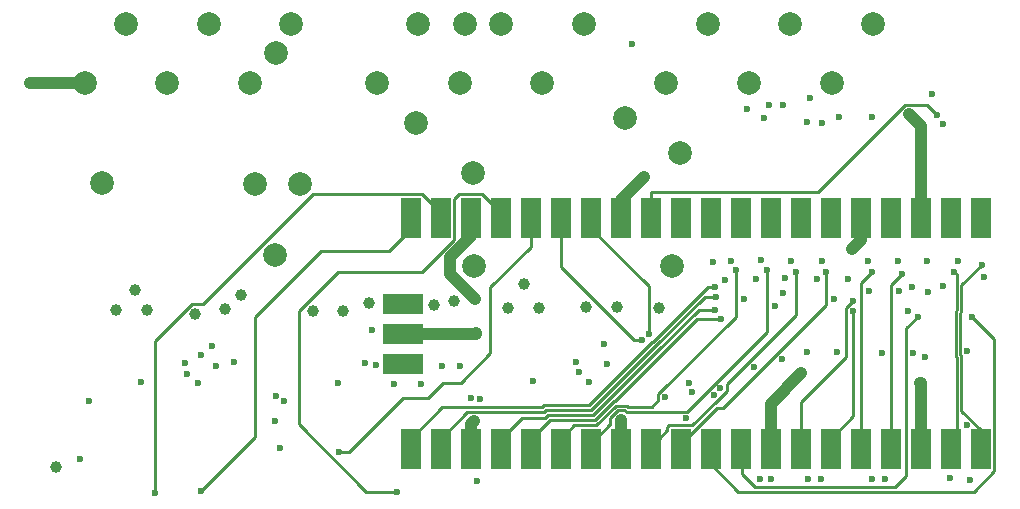
<source format=gbr>
%TF.GenerationSoftware,KiCad,Pcbnew,7.0.8-7.0.8~ubuntu22.04.1*%
%TF.CreationDate,2023-11-05T23:52:12+01:00*%
%TF.ProjectId,door_if4_usb,646f6f72-5f69-4663-945f-7573622e6b69,rev?*%
%TF.SameCoordinates,Original*%
%TF.FileFunction,Copper,L4,Bot*%
%TF.FilePolarity,Positive*%
%FSLAX46Y46*%
G04 Gerber Fmt 4.6, Leading zero omitted, Abs format (unit mm)*
G04 Created by KiCad (PCBNEW 7.0.8-7.0.8~ubuntu22.04.1) date 2023-11-05 23:52:12*
%MOMM*%
%LPD*%
G01*
G04 APERTURE LIST*
%TA.AperFunction,ComponentPad*%
%ADD10C,2.000000*%
%TD*%
%TA.AperFunction,SMDPad,CuDef*%
%ADD11R,3.500000X1.700000*%
%TD*%
%TA.AperFunction,SMDPad,CuDef*%
%ADD12R,1.700000X3.500000*%
%TD*%
%TA.AperFunction,ViaPad*%
%ADD13C,1.000000*%
%TD*%
%TA.AperFunction,ViaPad*%
%ADD14C,0.600000*%
%TD*%
%TA.AperFunction,ViaPad*%
%ADD15C,2.000000*%
%TD*%
%TA.AperFunction,Conductor*%
%ADD16C,1.000000*%
%TD*%
%TA.AperFunction,Conductor*%
%ADD17C,0.250000*%
%TD*%
G04 APERTURE END LIST*
D10*
%TO.P,J1,1,Pin_1*%
%TO.N,+24V*%
X139000000Y-94500000D03*
%TO.P,J1,2,Pin_2*%
%TO.N,IN1*%
X135500000Y-99500000D03*
%TO.P,J1,3,Pin_3*%
%TO.N,IN2*%
X132000000Y-94500000D03*
%TO.P,J1,4,Pin_4*%
%TO.N,IN3*%
X128500000Y-99500000D03*
%TO.P,J1,5,Pin_5*%
%TO.N,IN4*%
X125000000Y-94500000D03*
%TO.P,J1,6,Pin_6*%
%TO.N,IN5*%
X121500000Y-99500000D03*
%TD*%
%TO.P,J3,1,Pin_1*%
%TO.N,OUT2*%
X89750000Y-94500000D03*
%TO.P,J3,2,Pin_2*%
%TO.N,OUT3*%
X86250000Y-99500000D03*
%TO.P,J3,3,Pin_3*%
%TO.N,OUT4*%
X82750000Y-94500000D03*
%TO.P,J3,4,Pin_4*%
%TO.N,OUT5*%
X79250000Y-99500000D03*
%TO.P,J3,5,Pin_5*%
%TO.N,OUT6*%
X75750000Y-94500000D03*
%TO.P,J3,6,Pin_6*%
%TO.N,GNDA*%
X72250000Y-99500000D03*
%TD*%
%TO.P,J2,1,Pin_1*%
%TO.N,+24V*%
X114500000Y-94500000D03*
%TO.P,J2,2,Pin_2*%
%TO.N,IN6*%
X111000000Y-99500000D03*
%TO.P,J2,3,Pin_3*%
%TO.N,IN7*%
X107500000Y-94500000D03*
%TO.P,J2,4,Pin_4*%
%TO.N,IN8*%
X104000000Y-99500000D03*
%TO.P,J2,5,Pin_5*%
%TO.N,OUT1*%
X100500000Y-94500000D03*
%TO.P,J2,6,Pin_6*%
%TO.N,GNDA*%
X97000000Y-99500000D03*
%TD*%
D11*
%TO.P,U1,43,SWDIO*%
%TO.N,unconnected-(U1-SWDIO-Pad43)*%
X99200000Y-118185000D03*
%TO.P,U1,42,GND*%
%TO.N,GND*%
X99200000Y-120725000D03*
%TO.P,U1,41,SWCLK*%
%TO.N,unconnected-(U1-SWCLK-Pad41)*%
X99200000Y-123265000D03*
D12*
%TO.P,U1,40,VBUS*%
%TO.N,unconnected-(U1-VBUS-Pad40)*%
X148130000Y-110935000D03*
%TO.P,U1,39,VSYS*%
%TO.N,unconnected-(U1-VSYS-Pad39)*%
X145590000Y-110935000D03*
%TO.P,U1,38,GND*%
%TO.N,GND*%
X143050000Y-110935000D03*
%TO.P,U1,37,3V3_EN*%
%TO.N,unconnected-(U1-3V3_EN-Pad37)*%
X140510000Y-110935000D03*
%TO.P,U1,36,3V3*%
%TO.N,+3V3*%
X137970000Y-110935000D03*
%TO.P,U1,35,ADC_VREF*%
%TO.N,unconnected-(U1-ADC_VREF-Pad35)*%
X135430000Y-110935000D03*
%TO.P,U1,34,GPIO28_ADC2*%
%TO.N,unconnected-(U1-GPIO28_ADC2-Pad34)*%
X132890000Y-110935000D03*
%TO.P,U1,33,AGND*%
%TO.N,unconnected-(U1-AGND-Pad33)*%
X130350000Y-110935000D03*
%TO.P,U1,32,GPIO27_ADC1*%
%TO.N,unconnected-(U1-GPIO27_ADC1-Pad32)*%
X127810000Y-110935000D03*
%TO.P,U1,31,GPIO26_ADC0*%
%TO.N,unconnected-(U1-GPIO26_ADC0-Pad31)*%
X125270000Y-110935000D03*
%TO.P,U1,30,RUN*%
%TO.N,unconnected-(U1-RUN-Pad30)*%
X122730000Y-110935000D03*
%TO.P,U1,29,GPIO22*%
%TO.N,O_LED*%
X120190000Y-110935000D03*
%TO.P,U1,28,GND*%
%TO.N,GND*%
X117650000Y-110935000D03*
%TO.P,U1,27,GPIO21*%
%TO.N,S_OUT1*%
X115110000Y-110935000D03*
%TO.P,U1,26,GPIO20*%
%TO.N,S_OUT2*%
X112570000Y-110935000D03*
%TO.P,U1,25,GPIO19*%
%TO.N,S_OUT3*%
X110030000Y-110935000D03*
%TO.P,U1,24,GPIO18*%
%TO.N,S_OUT4*%
X107490000Y-110935000D03*
%TO.P,U1,23,GND*%
%TO.N,GND*%
X104950000Y-110935000D03*
%TO.P,U1,22,GPIO17*%
%TO.N,S_OUT5*%
X102410000Y-110935000D03*
%TO.P,U1,21,GPIO16*%
%TO.N,S_OUT6*%
X99870000Y-110935000D03*
%TO.P,U1,20,GPIO15*%
%TO.N,S_IN8B*%
X99870000Y-130515000D03*
%TO.P,U1,19,GPIO14*%
%TO.N,S_IN8A*%
X102410000Y-130515000D03*
%TO.P,U1,18,GND*%
%TO.N,GND*%
X104950000Y-130515000D03*
%TO.P,U1,17,GPIO13*%
%TO.N,S_IN7B*%
X107490000Y-130515000D03*
%TO.P,U1,16,GPIO12*%
%TO.N,S_IN7A*%
X110030000Y-130515000D03*
%TO.P,U1,15,GPIO11*%
%TO.N,S_IN6B*%
X112570000Y-130515000D03*
%TO.P,U1,14,GPIO10*%
%TO.N,S_IN6A*%
X115110000Y-130515000D03*
%TO.P,U1,13,GND*%
%TO.N,GND*%
X117650000Y-130515000D03*
%TO.P,U1,12,GPIO9*%
%TO.N,S_IN5B*%
X120190000Y-130515000D03*
%TO.P,U1,11,GPIO8*%
%TO.N,S_IN5A*%
X122730000Y-130515000D03*
%TO.P,U1,10,GPIO7*%
%TO.N,S_IN4B*%
X125270000Y-130515000D03*
%TO.P,U1,9,GPIO6*%
%TO.N,S_IN4A*%
X127810000Y-130515000D03*
%TO.P,U1,8,GND*%
%TO.N,GND*%
X130350000Y-130515000D03*
%TO.P,U1,7,GPIO5*%
%TO.N,S_IN3B*%
X132890000Y-130515000D03*
%TO.P,U1,6,GPIO4*%
%TO.N,S_IN3A*%
X135430000Y-130515000D03*
%TO.P,U1,5,GPIO3*%
%TO.N,S_IN2B*%
X137970000Y-130515000D03*
%TO.P,U1,4,GPIO2*%
%TO.N,S_IN2A*%
X140510000Y-130515000D03*
%TO.P,U1,3,GND*%
%TO.N,GND*%
X143050000Y-130515000D03*
%TO.P,U1,2,GPIO1*%
%TO.N,S_IN1B*%
X145590000Y-130515000D03*
%TO.P,U1,1,GPIO0*%
%TO.N,S_IN1A*%
X148130000Y-130515000D03*
%TD*%
D13*
%TO.N,GNDA*%
X67650000Y-99550000D03*
D14*
X138950000Y-102350000D03*
D13*
%TO.N,GND*%
X142025000Y-102150000D03*
D14*
X146923478Y-128491242D03*
D15*
%TO.N,+24V*%
X118000000Y-102500000D03*
D13*
X109495556Y-116549500D03*
D14*
X104000000Y-123500000D03*
X136106587Y-102368413D03*
X129400000Y-133000000D03*
X129775000Y-102437379D03*
D13*
X84150000Y-118650000D03*
X117300000Y-118500000D03*
X69800000Y-132000004D03*
D14*
X138900000Y-133000000D03*
D13*
X94175000Y-118775000D03*
X101800000Y-118300000D03*
X76500000Y-117000000D03*
X103500000Y-118000000D03*
D14*
X134700000Y-102900000D03*
D13*
X77550000Y-118750000D03*
D14*
X82100000Y-122500000D03*
X84900000Y-123100000D03*
X133500000Y-133000000D03*
D13*
X110700000Y-118600000D03*
D15*
X88400000Y-114100000D03*
X104500000Y-94500000D03*
X122000000Y-115000000D03*
X88500000Y-97000000D03*
X105200000Y-115000000D03*
D14*
X133650000Y-100750000D03*
D13*
X85500000Y-117500000D03*
X120875000Y-118559063D03*
D14*
X102500000Y-123500000D03*
X145505880Y-132950000D03*
D13*
%TO.N,GNDA*%
X114700000Y-118500000D03*
D14*
X80950000Y-124150000D03*
X110200000Y-124700000D03*
X128350000Y-101750000D03*
X77050000Y-124850000D03*
X98475000Y-124975000D03*
D15*
X122700000Y-105400000D03*
D14*
X81850000Y-124950000D03*
X114100000Y-124000000D03*
X96900000Y-123400000D03*
X134600000Y-133000000D03*
D15*
X105100000Y-107100000D03*
D14*
X100710500Y-124970945D03*
X83350000Y-123450000D03*
D13*
X74950000Y-118750000D03*
D15*
X100300000Y-102900000D03*
D13*
X81620711Y-119045711D03*
X96347655Y-118152345D03*
D14*
X147200000Y-133100000D03*
X115000000Y-124800000D03*
X130400000Y-133000000D03*
D15*
X86700000Y-108100000D03*
D14*
X133400000Y-102800000D03*
X116500000Y-123300000D03*
D15*
X90500000Y-108100000D03*
D14*
X93675000Y-124875000D03*
X140000000Y-133000000D03*
X144900000Y-103000000D03*
D13*
X91575000Y-118775000D03*
X108100000Y-118600000D03*
D15*
X73700000Y-108000000D03*
D14*
%TO.N,+3V3*%
X142300000Y-116800000D03*
X135700000Y-117800000D03*
X138700000Y-117100000D03*
X131400000Y-117300000D03*
X105444905Y-133186450D03*
X126500000Y-116200000D03*
X141200000Y-117100000D03*
X143700000Y-117200000D03*
X130700000Y-118400000D03*
X128100000Y-117800000D03*
X148400000Y-115900000D03*
X88796752Y-130433953D03*
X71870567Y-131349448D03*
X105000000Y-126200000D03*
X144900000Y-116700000D03*
X129100000Y-116100000D03*
X134300000Y-116100000D03*
X131596474Y-116050000D03*
D13*
X137200000Y-113600000D03*
D14*
X121400000Y-126100000D03*
X88500000Y-126000000D03*
X136900000Y-116100000D03*
%TO.N,GND*%
X141100000Y-114600000D03*
D13*
X117705288Y-128025000D03*
D14*
X144000000Y-100400000D03*
X131272622Y-122906237D03*
X123200000Y-127900000D03*
X125500000Y-114700000D03*
X88400000Y-128100000D03*
X132100000Y-114600000D03*
X134700000Y-114600000D03*
D13*
X105300000Y-117800000D03*
D14*
X143400000Y-122700000D03*
X136000000Y-122300000D03*
X133400000Y-122300000D03*
X127000000Y-114600000D03*
X142400000Y-122400000D03*
X146975000Y-122238955D03*
D13*
X119600000Y-107500000D03*
D14*
X146200000Y-114600000D03*
X138600000Y-114600000D03*
X128972756Y-123513468D03*
X129500000Y-114500000D03*
D13*
X143000000Y-124900000D03*
D14*
X139800000Y-122400000D03*
X72600000Y-126450000D03*
D13*
X105200000Y-128150000D03*
X105400000Y-120700000D03*
D14*
X143600000Y-114600000D03*
X89175000Y-126475000D03*
X105744071Y-126294137D03*
D13*
X132900000Y-124100000D03*
D14*
%TO.N,IN5*%
X130200000Y-101400000D03*
X131400000Y-101400000D03*
%TO.N,IN6*%
X118600000Y-96200000D03*
%TO.N,IN7*%
X123644510Y-125673832D03*
X125547842Y-125892668D03*
%TO.N,IN8*%
X123468368Y-124944806D03*
X126080771Y-125317668D03*
%TO.N,Net-(Q1-G1)*%
X113900000Y-123100000D03*
X116200000Y-121600000D03*
%TO.N,Net-(Q3-G1)*%
X96600000Y-120400000D03*
X96000000Y-123200000D03*
%TO.N,Net-(Q5-G1)*%
X83050000Y-121750000D03*
X80750000Y-123250000D03*
%TO.N,O_LED*%
X144400000Y-102200000D03*
%TO.N,S_IN1A*%
X148200000Y-114900000D03*
%TO.N,S_IN1B*%
X145900000Y-115500000D03*
%TO.N,S_IN2A*%
X141450000Y-115650000D03*
%TO.N,S_IN2B*%
X138900000Y-115500000D03*
%TO.N,S_IN3A*%
X137306587Y-118806587D03*
%TO.N,S_IN3B*%
X142000000Y-118800000D03*
X137300000Y-118000000D03*
%TO.N,S_IN4A*%
X142800000Y-119300000D03*
%TO.N,S_IN4B*%
X147351764Y-119296473D03*
%TO.N,S_IN5A*%
X135000000Y-115500000D03*
%TO.N,S_IN5B*%
X132500000Y-115500000D03*
%TO.N,S_IN6A*%
X130000000Y-115300000D03*
%TO.N,S_IN6B*%
X127400000Y-115300000D03*
%TO.N,S_IN7A*%
X126100000Y-119500000D03*
%TO.N,S_IN7B*%
X125600000Y-118700000D03*
%TO.N,S_IN8A*%
X125700000Y-117600000D03*
%TO.N,S_IN8B*%
X125600000Y-116800000D03*
%TO.N,S_OUT6*%
X82118252Y-134071294D03*
%TO.N,S_OUT5*%
X78203793Y-134250000D03*
%TO.N,S_OUT4*%
X98700000Y-134100000D03*
%TO.N,S_OUT3*%
X93769987Y-130750000D03*
%TO.N,S_OUT2*%
X119407326Y-121259610D03*
%TO.N,S_OUT1*%
X120000000Y-120800000D03*
%TD*%
D16*
%TO.N,GNDA*%
X67650000Y-99550000D02*
X72200000Y-99550000D01*
X72200000Y-99550000D02*
X72250000Y-99500000D01*
D17*
%TO.N,O_LED*%
X134368984Y-108710000D02*
X141703985Y-101374999D01*
D16*
%TO.N,GND*%
X143050000Y-111835000D02*
X143050000Y-103175000D01*
D17*
%TO.N,O_LED*%
X120190000Y-108710000D02*
X134368984Y-108710000D01*
X120190000Y-111835000D02*
X120190000Y-108710000D01*
D16*
%TO.N,GND*%
X143050000Y-103175000D02*
X142025000Y-102150000D01*
D17*
%TO.N,O_LED*%
X143575000Y-101375000D02*
X144400000Y-102200000D01*
X141703985Y-101374999D02*
X143575000Y-101375000D01*
%TO.N,S_IN1A*%
X146495000Y-116605000D02*
X148200000Y-114900000D01*
X146495000Y-118891827D02*
X146495000Y-116605000D01*
X146400000Y-118986827D02*
X146495000Y-118891827D01*
X146400000Y-122491772D02*
X146400000Y-118986827D01*
X146495000Y-122586772D02*
X146400000Y-122491772D01*
X146495000Y-127249591D02*
X146495000Y-122586772D01*
X148130000Y-128884591D02*
X146495000Y-127249591D01*
X148130000Y-129615000D02*
X148130000Y-128884591D01*
%TO.N,S_IN6A*%
X115561090Y-129615000D02*
X115110000Y-129615000D01*
X116724999Y-127878985D02*
X116724999Y-128478985D01*
X130000000Y-115300000D02*
X130000000Y-120585266D01*
X130000000Y-120585266D02*
X123260267Y-127324999D01*
X123260267Y-127324999D02*
X118121015Y-127324999D01*
X118021015Y-127224999D02*
X117378985Y-127224999D01*
X116724999Y-128478985D02*
X116713984Y-128490000D01*
X116686090Y-128490000D02*
X115561090Y-129615000D01*
X116713984Y-128490000D02*
X116686090Y-128490000D01*
X118121015Y-127324999D02*
X118021015Y-127224999D01*
X117378985Y-127224999D02*
X116724999Y-127878985D01*
D16*
%TO.N,+3V3*%
X137970000Y-112830000D02*
X137200000Y-113600000D01*
X137970000Y-111835000D02*
X137970000Y-112830000D01*
%TO.N,GND*%
X103200000Y-115700000D02*
X105300000Y-117800000D01*
X103200000Y-114229926D02*
X103200000Y-115700000D01*
X117650000Y-109450000D02*
X119600000Y-107500000D01*
X104950000Y-111835000D02*
X104950000Y-112479926D01*
X104950000Y-112479926D02*
X103200000Y-114229926D01*
X117650000Y-129615000D02*
X117650000Y-128080288D01*
X100100000Y-120725000D02*
X105375000Y-120725000D01*
X143050000Y-129615000D02*
X143050000Y-124950000D01*
X143050000Y-124950000D02*
X143000000Y-124900000D01*
X104950000Y-128400000D02*
X105200000Y-128150000D01*
X130350000Y-129615000D02*
X130350000Y-126650000D01*
X105375000Y-120725000D02*
X105400000Y-120700000D01*
X117650000Y-111835000D02*
X117650000Y-109450000D01*
X104950000Y-129615000D02*
X104950000Y-128400000D01*
X117650000Y-128080288D02*
X117705288Y-128025000D01*
X130350000Y-126650000D02*
X132900000Y-124100000D01*
D17*
%TO.N,S_IN1B*%
X146000000Y-122657457D02*
X146000000Y-118821142D01*
X146000000Y-118821142D02*
X146095000Y-118726142D01*
X146095000Y-122752458D02*
X146000000Y-122657457D01*
X145590000Y-129615000D02*
X146095000Y-129110000D01*
X146095000Y-118726142D02*
X146095000Y-115695000D01*
X146095000Y-115695000D02*
X145900000Y-115500000D01*
X146095000Y-129110000D02*
X146095000Y-122752458D01*
%TO.N,S_IN2A*%
X140510000Y-129615000D02*
X140510000Y-116590000D01*
X140510000Y-116590000D02*
X141450000Y-115650000D01*
%TO.N,S_IN2B*%
X137970000Y-116430000D02*
X138900000Y-115500000D01*
X137970000Y-129615000D02*
X137970000Y-116430000D01*
%TO.N,S_IN3A*%
X137300000Y-127745000D02*
X137300000Y-118813174D01*
X135430000Y-129615000D02*
X137300000Y-127745000D01*
X137300000Y-118813174D02*
X137306587Y-118806587D01*
%TO.N,S_IN3B*%
X136700000Y-122700000D02*
X136700000Y-118600000D01*
X132890000Y-126510000D02*
X136700000Y-122700000D01*
X132890000Y-129615000D02*
X132890000Y-126510000D01*
X136700000Y-118600000D02*
X137300000Y-118000000D01*
%TO.N,S_IN4A*%
X129000000Y-133700000D02*
X127900000Y-132600000D01*
X141800000Y-131500000D02*
X141800000Y-132800000D01*
X127900000Y-129705000D02*
X127810000Y-129615000D01*
X140900000Y-133700000D02*
X129000000Y-133700000D01*
X141825000Y-120275000D02*
X141825000Y-131475000D01*
X142800000Y-119300000D02*
X141825000Y-120275000D01*
X141800000Y-132800000D02*
X140900000Y-133700000D01*
X141825000Y-131475000D02*
X141800000Y-131500000D01*
X127900000Y-132600000D02*
X127900000Y-129705000D01*
%TO.N,S_IN4B*%
X127600000Y-134100000D02*
X125270000Y-131770000D01*
X147351764Y-119296473D02*
X149275000Y-121219709D01*
X149275000Y-132358910D02*
X147533910Y-134100000D01*
X147533910Y-134100000D02*
X127600000Y-134100000D01*
X125270000Y-131770000D02*
X125270000Y-129615000D01*
X149275000Y-121219709D02*
X149275000Y-132358910D01*
%TO.N,S_IN5A*%
X123150685Y-129615000D02*
X122730000Y-129615000D01*
X135000000Y-118299397D02*
X126309217Y-126990180D01*
X135000000Y-115500000D02*
X135000000Y-118299397D01*
X126309217Y-126990180D02*
X125775505Y-126990180D01*
X125775505Y-126990180D02*
X123150685Y-129615000D01*
%TO.N,S_IN5B*%
X121766090Y-128490000D02*
X121605000Y-128651090D01*
X121605000Y-128651090D02*
X121605000Y-128890000D01*
X132500000Y-115500000D02*
X132500000Y-119170711D01*
X123709999Y-128490000D02*
X121766090Y-128490000D01*
X126676548Y-125577136D02*
X125834372Y-126419312D01*
X121605000Y-128890000D02*
X120880000Y-129615000D01*
X125834372Y-126419312D02*
X125780687Y-126419312D01*
X132500000Y-119170711D02*
X126676548Y-124994163D01*
X126676548Y-124994163D02*
X126676548Y-125577136D01*
X120880000Y-129615000D02*
X120190000Y-129615000D01*
X125780687Y-126419312D02*
X123709999Y-128490000D01*
%TO.N,S_IN6B*%
X118286701Y-126924999D02*
X118186700Y-126824999D01*
X118186700Y-126824999D02*
X117213299Y-126824999D01*
X120825000Y-126375000D02*
X120275001Y-126924999D01*
X127400000Y-119286827D02*
X120825000Y-125861827D01*
X117213299Y-126824999D02*
X115548298Y-128490000D01*
X115548298Y-128490000D02*
X113695000Y-128490000D01*
X120275001Y-126924999D02*
X118286701Y-126924999D01*
X120825000Y-125861827D02*
X120825000Y-126375000D01*
X127400000Y-115300000D02*
X127400000Y-119286827D01*
X113695000Y-128490000D02*
X112570000Y-129615000D01*
%TO.N,S_IN7A*%
X115472613Y-128000000D02*
X111645000Y-128000000D01*
X117147613Y-126424999D02*
X117047613Y-126425000D01*
X124072612Y-119500000D02*
X117147613Y-126424999D01*
X117047613Y-126425000D02*
X115472613Y-128000000D01*
X111645000Y-128000000D02*
X110030000Y-129615000D01*
X126100000Y-119500000D02*
X124072612Y-119500000D01*
%TO.N,S_IN7B*%
X115306937Y-127600000D02*
X111479314Y-127600000D01*
X124244543Y-118700000D02*
X120669543Y-122275000D01*
X111245000Y-127834315D02*
X109270685Y-127834315D01*
X111479314Y-127600000D02*
X111245000Y-127834315D01*
X125600000Y-118700000D02*
X124244543Y-118700000D01*
X120631937Y-122275000D02*
X115306937Y-127600000D01*
X120669543Y-122275000D02*
X120631937Y-122275000D01*
X109270685Y-127834315D02*
X107490000Y-129615000D01*
%TO.N,S_IN8A*%
X111313629Y-127200001D02*
X111138630Y-127375000D01*
X111138630Y-127375000D02*
X104650000Y-127375000D01*
X120466246Y-121875000D02*
X115141245Y-127200000D01*
X120503858Y-121875000D02*
X120466246Y-121875000D01*
X125700000Y-117600000D02*
X124778859Y-117600000D01*
X104650000Y-127375000D02*
X102410000Y-129615000D01*
X124778859Y-117600000D02*
X120503858Y-121875000D01*
X115141245Y-127200000D02*
X111313629Y-127200001D01*
%TO.N,S_IN8B*%
X111147942Y-126800001D02*
X110972943Y-126975000D01*
X110972943Y-126975000D02*
X102510000Y-126975000D01*
X114975560Y-126800000D02*
X111147942Y-126800001D01*
X120338173Y-121475000D02*
X120300560Y-121475000D01*
X102510000Y-126975000D02*
X99870000Y-129615000D01*
X120300560Y-121475000D02*
X114975560Y-126800000D01*
X125013173Y-116800000D02*
X120338173Y-121475000D01*
X125600000Y-116800000D02*
X125013173Y-116800000D01*
%TO.N,S_OUT6*%
X92300000Y-113700000D02*
X86700000Y-119300000D01*
X86700000Y-119300000D02*
X86700000Y-129489546D01*
X99870000Y-111835000D02*
X98005000Y-113700000D01*
X98005000Y-113700000D02*
X92300000Y-113700000D01*
X86700000Y-129489546D02*
X82118252Y-134071294D01*
%TO.N,S_OUT5*%
X100833910Y-108910000D02*
X91590000Y-108910000D01*
X102410000Y-110486090D02*
X100833910Y-108910000D01*
X81370405Y-118200000D02*
X78203793Y-121366612D01*
X91590000Y-108910000D02*
X82300000Y-118200000D01*
X102410000Y-111835000D02*
X102410000Y-110486090D01*
X78203793Y-121366612D02*
X78203793Y-134250000D01*
X82300000Y-118200000D02*
X81370405Y-118200000D01*
%TO.N,S_OUT4*%
X90400000Y-118800000D02*
X90400000Y-128413173D01*
X105913910Y-108910000D02*
X103986090Y-108910000D01*
X90400000Y-128413173D02*
X96086827Y-134100000D01*
X103535000Y-112798910D02*
X100833910Y-115500000D01*
X103535000Y-109361090D02*
X103535000Y-112798910D01*
X96086827Y-134100000D02*
X98700000Y-134100000D01*
X100833910Y-115500000D02*
X93700000Y-115500000D01*
X93700000Y-115500000D02*
X90400000Y-118800000D01*
X107490000Y-111835000D02*
X107490000Y-110486090D01*
X107490000Y-110486090D02*
X105913910Y-108910000D01*
X103986090Y-108910000D02*
X103535000Y-109361090D01*
%TO.N,S_OUT3*%
X94650000Y-130750000D02*
X93769987Y-130750000D01*
X110030000Y-111835000D02*
X110030000Y-113370000D01*
X102600000Y-124900000D02*
X101300000Y-126200000D01*
X101300000Y-126200000D02*
X99200000Y-126200000D01*
X99200000Y-126200000D02*
X94650000Y-130750000D01*
X110030000Y-113370000D02*
X106600000Y-116800000D01*
X106600000Y-122400000D02*
X104100000Y-124900000D01*
X106600000Y-116800000D02*
X106600000Y-122400000D01*
X104100000Y-124900000D02*
X102600000Y-124900000D01*
%TO.N,S_OUT2*%
X112570000Y-115070000D02*
X118759610Y-121259610D01*
X112570000Y-111835000D02*
X112570000Y-115070000D01*
X118759610Y-121259610D02*
X119407326Y-121259610D01*
%TO.N,S_OUT1*%
X115110000Y-111835000D02*
X120000000Y-116725000D01*
X120000000Y-116725000D02*
X120000000Y-120800000D01*
%TD*%
M02*

</source>
